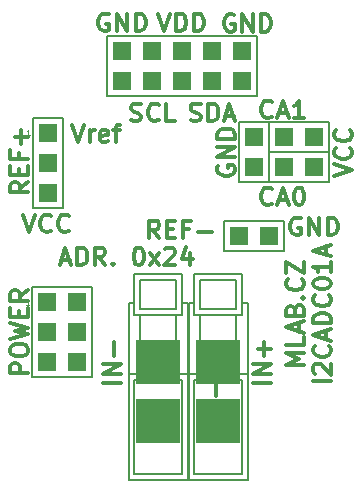
<source format=gbr>
%TF.GenerationSoftware,KiCad,Pcbnew,6.0.11+dfsg-1~bpo11+1*%
%TF.CreationDate,2023-04-13T00:50:46+00:00*%
%TF.ProjectId,I2CADC01,49324341-4443-4303-912e-6b696361645f,rev?*%
%TF.SameCoordinates,Original*%
%TF.FileFunction,Legend,Top*%
%TF.FilePolarity,Positive*%
%FSLAX46Y46*%
G04 Gerber Fmt 4.6, Leading zero omitted, Abs format (unit mm)*
G04 Created by KiCad (PCBNEW 6.0.11+dfsg-1~bpo11+1) date 2023-04-13 00:50:46*
%MOMM*%
%LPD*%
G01*
G04 APERTURE LIST*
%ADD10C,0.300000*%
%ADD11C,0.050000*%
%ADD12C,0.304800*%
%ADD13C,0.150000*%
%ADD14R,1.524000X1.524000*%
%ADD15R,3.810000X3.810000*%
G04 APERTURE END LIST*
D10*
X22856142Y23848285D02*
X22784714Y23776857D01*
X22570428Y23705428D01*
X22427571Y23705428D01*
X22213285Y23776857D01*
X22070428Y23919714D01*
X21999000Y24062571D01*
X21927571Y24348285D01*
X21927571Y24562571D01*
X21999000Y24848285D01*
X22070428Y24991142D01*
X22213285Y25134000D01*
X22427571Y25205428D01*
X22570428Y25205428D01*
X22784714Y25134000D01*
X22856142Y25062571D01*
X23427571Y24134000D02*
X24141857Y24134000D01*
X23284714Y23705428D02*
X23784714Y25205428D01*
X24284714Y23705428D01*
X25070428Y25205428D02*
X25213285Y25205428D01*
X25356142Y25134000D01*
X25427571Y25062571D01*
X25499000Y24919714D01*
X25570428Y24634000D01*
X25570428Y24276857D01*
X25499000Y23991142D01*
X25427571Y23848285D01*
X25356142Y23776857D01*
X25213285Y23705428D01*
X25070428Y23705428D01*
X24927571Y23776857D01*
X24856142Y23848285D01*
X24784714Y23991142D01*
X24713285Y24276857D01*
X24713285Y24634000D01*
X24784714Y24919714D01*
X24856142Y25062571D01*
X24927571Y25134000D01*
X25070428Y25205428D01*
X19634342Y39815200D02*
X19491485Y39886628D01*
X19277200Y39886628D01*
X19062914Y39815200D01*
X18920057Y39672342D01*
X18848628Y39529485D01*
X18777200Y39243771D01*
X18777200Y39029485D01*
X18848628Y38743771D01*
X18920057Y38600914D01*
X19062914Y38458057D01*
X19277200Y38386628D01*
X19420057Y38386628D01*
X19634342Y38458057D01*
X19705771Y38529485D01*
X19705771Y39029485D01*
X19420057Y39029485D01*
X20348628Y38386628D02*
X20348628Y39886628D01*
X21205771Y38386628D01*
X21205771Y39886628D01*
X21920057Y38386628D02*
X21920057Y39886628D01*
X22277200Y39886628D01*
X22491485Y39815200D01*
X22634342Y39672342D01*
X22705771Y39529485D01*
X22777200Y39243771D01*
X22777200Y39029485D01*
X22705771Y38743771D01*
X22634342Y38600914D01*
X22491485Y38458057D01*
X22277200Y38386628D01*
X21920057Y38386628D01*
X2202571Y25646285D02*
X1488285Y25146285D01*
X2202571Y24789142D02*
X702571Y24789142D01*
X702571Y25360571D01*
X773999Y25503428D01*
X845428Y25574857D01*
X988285Y25646285D01*
X1202571Y25646285D01*
X1345428Y25574857D01*
X1416857Y25503428D01*
X1488285Y25360571D01*
X1488285Y24789142D01*
X1416857Y26289142D02*
X1416857Y26789142D01*
X2202571Y27003428D02*
X2202571Y26289142D01*
X702571Y26289142D01*
X702571Y27003428D01*
X1416857Y28146285D02*
X1416857Y27646285D01*
X2202571Y27646285D02*
X702571Y27646285D01*
X702571Y28360571D01*
X1631142Y28932000D02*
X1631142Y30074857D01*
X2202571Y29503428D02*
X1059714Y29503428D01*
X13307285Y20911428D02*
X12807285Y21625714D01*
X12450142Y20911428D02*
X12450142Y22411428D01*
X13021571Y22411428D01*
X13164428Y22340000D01*
X13235857Y22268571D01*
X13307285Y22125714D01*
X13307285Y21911428D01*
X13235857Y21768571D01*
X13164428Y21697142D01*
X13021571Y21625714D01*
X12450142Y21625714D01*
X13950142Y21697142D02*
X14450142Y21697142D01*
X14664428Y20911428D02*
X13950142Y20911428D01*
X13950142Y22411428D01*
X14664428Y22411428D01*
X15807285Y21697142D02*
X15307285Y21697142D01*
X15307285Y20911428D02*
X15307285Y22411428D01*
X16021571Y22411428D01*
X16593000Y21482857D02*
X17735857Y21482857D01*
X28134571Y26194000D02*
X29634571Y26694000D01*
X28134571Y27194000D01*
X29491714Y28551142D02*
X29563142Y28479714D01*
X29634571Y28265428D01*
X29634571Y28122571D01*
X29563142Y27908285D01*
X29420285Y27765428D01*
X29277428Y27694000D01*
X28991714Y27622571D01*
X28777428Y27622571D01*
X28491714Y27694000D01*
X28348857Y27765428D01*
X28206000Y27908285D01*
X28134571Y28122571D01*
X28134571Y28265428D01*
X28206000Y28479714D01*
X28277428Y28551142D01*
X29491714Y30051142D02*
X29563142Y29979714D01*
X29634571Y29765428D01*
X29634571Y29622571D01*
X29563142Y29408285D01*
X29420285Y29265428D01*
X29277428Y29194000D01*
X28991714Y29122571D01*
X28777428Y29122571D01*
X28491714Y29194000D01*
X28348857Y29265428D01*
X28206000Y29408285D01*
X28134571Y29622571D01*
X28134571Y29765428D01*
X28206000Y29979714D01*
X28277428Y30051142D01*
X5925857Y30539428D02*
X6425857Y29039428D01*
X6925857Y30539428D01*
X7425857Y29039428D02*
X7425857Y30039428D01*
X7425857Y29753714D02*
X7497285Y29896571D01*
X7568714Y29968000D01*
X7711571Y30039428D01*
X7854428Y30039428D01*
X8925857Y29110857D02*
X8783000Y29039428D01*
X8497285Y29039428D01*
X8354428Y29110857D01*
X8283000Y29253714D01*
X8283000Y29825142D01*
X8354428Y29968000D01*
X8497285Y30039428D01*
X8783000Y30039428D01*
X8925857Y29968000D01*
X8997285Y29825142D01*
X8997285Y29682285D01*
X8283000Y29539428D01*
X9425857Y30039428D02*
X9997285Y30039428D01*
X9640142Y29039428D02*
X9640142Y30325142D01*
X9711571Y30468000D01*
X9854428Y30539428D01*
X9997285Y30539428D01*
X9017142Y39866000D02*
X8874285Y39937428D01*
X8660000Y39937428D01*
X8445714Y39866000D01*
X8302857Y39723142D01*
X8231428Y39580285D01*
X8160000Y39294571D01*
X8160000Y39080285D01*
X8231428Y38794571D01*
X8302857Y38651714D01*
X8445714Y38508857D01*
X8660000Y38437428D01*
X8802857Y38437428D01*
X9017142Y38508857D01*
X9088571Y38580285D01*
X9088571Y39080285D01*
X8802857Y39080285D01*
X9731428Y38437428D02*
X9731428Y39937428D01*
X10588571Y38437428D01*
X10588571Y39937428D01*
X11302857Y38437428D02*
X11302857Y39937428D01*
X11660000Y39937428D01*
X11874285Y39866000D01*
X12017142Y39723142D01*
X12088571Y39580285D01*
X12160000Y39294571D01*
X12160000Y39080285D01*
X12088571Y38794571D01*
X12017142Y38651714D01*
X11874285Y38508857D01*
X11660000Y38437428D01*
X11302857Y38437428D01*
X1810000Y22919428D02*
X2310000Y21419428D01*
X2810000Y22919428D01*
X4167142Y21562285D02*
X4095714Y21490857D01*
X3881428Y21419428D01*
X3738571Y21419428D01*
X3524285Y21490857D01*
X3381428Y21633714D01*
X3310000Y21776571D01*
X3238571Y22062285D01*
X3238571Y22276571D01*
X3310000Y22562285D01*
X3381428Y22705142D01*
X3524285Y22848000D01*
X3738571Y22919428D01*
X3881428Y22919428D01*
X4095714Y22848000D01*
X4167142Y22776571D01*
X5667142Y21562285D02*
X5595714Y21490857D01*
X5381428Y21419428D01*
X5238571Y21419428D01*
X5024285Y21490857D01*
X4881428Y21633714D01*
X4810000Y21776571D01*
X4738571Y22062285D01*
X4738571Y22276571D01*
X4810000Y22562285D01*
X4881428Y22705142D01*
X5024285Y22848000D01*
X5238571Y22919428D01*
X5381428Y22919428D01*
X5595714Y22848000D01*
X5667142Y22776571D01*
X25273142Y22594000D02*
X25130285Y22665428D01*
X24916000Y22665428D01*
X24701714Y22594000D01*
X24558857Y22451142D01*
X24487428Y22308285D01*
X24416000Y22022571D01*
X24416000Y21808285D01*
X24487428Y21522571D01*
X24558857Y21379714D01*
X24701714Y21236857D01*
X24916000Y21165428D01*
X25058857Y21165428D01*
X25273142Y21236857D01*
X25344571Y21308285D01*
X25344571Y21808285D01*
X25058857Y21808285D01*
X25987428Y21165428D02*
X25987428Y22665428D01*
X26844571Y21165428D01*
X26844571Y22665428D01*
X27558857Y21165428D02*
X27558857Y22665428D01*
X27916000Y22665428D01*
X28130285Y22594000D01*
X28273142Y22451142D01*
X28344571Y22308285D01*
X28416000Y22022571D01*
X28416000Y21808285D01*
X28344571Y21522571D01*
X28273142Y21379714D01*
X28130285Y21236857D01*
X27916000Y21165428D01*
X27558857Y21165428D01*
X22856142Y31214285D02*
X22784714Y31142857D01*
X22570428Y31071428D01*
X22427571Y31071428D01*
X22213285Y31142857D01*
X22070428Y31285714D01*
X21999000Y31428571D01*
X21927571Y31714285D01*
X21927571Y31928571D01*
X21999000Y32214285D01*
X22070428Y32357142D01*
X22213285Y32500000D01*
X22427571Y32571428D01*
X22570428Y32571428D01*
X22784714Y32500000D01*
X22856142Y32428571D01*
X23427571Y31500000D02*
X24141857Y31500000D01*
X23284714Y31071428D02*
X23784714Y32571428D01*
X24284714Y31071428D01*
X25570428Y31071428D02*
X24713285Y31071428D01*
X25141857Y31071428D02*
X25141857Y32571428D01*
X24999000Y32357142D01*
X24856142Y32214285D01*
X24713285Y32142857D01*
X15958571Y30888857D02*
X16172857Y30817428D01*
X16530000Y30817428D01*
X16672857Y30888857D01*
X16744285Y30960285D01*
X16815714Y31103142D01*
X16815714Y31246000D01*
X16744285Y31388857D01*
X16672857Y31460285D01*
X16530000Y31531714D01*
X16244285Y31603142D01*
X16101428Y31674571D01*
X16030000Y31746000D01*
X15958571Y31888857D01*
X15958571Y32031714D01*
X16030000Y32174571D01*
X16101428Y32246000D01*
X16244285Y32317428D01*
X16601428Y32317428D01*
X16815714Y32246000D01*
X17458571Y30817428D02*
X17458571Y32317428D01*
X17815714Y32317428D01*
X18030000Y32246000D01*
X18172857Y32103142D01*
X18244285Y31960285D01*
X18315714Y31674571D01*
X18315714Y31460285D01*
X18244285Y31174571D01*
X18172857Y31031714D01*
X18030000Y30888857D01*
X17815714Y30817428D01*
X17458571Y30817428D01*
X18887142Y31246000D02*
X19601428Y31246000D01*
X18744285Y30817428D02*
X19244285Y32317428D01*
X19744285Y30817428D01*
X10914285Y30888857D02*
X11128571Y30817428D01*
X11485714Y30817428D01*
X11628571Y30888857D01*
X11700000Y30960285D01*
X11771428Y31103142D01*
X11771428Y31246000D01*
X11700000Y31388857D01*
X11628571Y31460285D01*
X11485714Y31531714D01*
X11200000Y31603142D01*
X11057142Y31674571D01*
X10985714Y31746000D01*
X10914285Y31888857D01*
X10914285Y32031714D01*
X10985714Y32174571D01*
X11057142Y32246000D01*
X11200000Y32317428D01*
X11557142Y32317428D01*
X11771428Y32246000D01*
X13271428Y30960285D02*
X13200000Y30888857D01*
X12985714Y30817428D01*
X12842857Y30817428D01*
X12628571Y30888857D01*
X12485714Y31031714D01*
X12414285Y31174571D01*
X12342857Y31460285D01*
X12342857Y31674571D01*
X12414285Y31960285D01*
X12485714Y32103142D01*
X12628571Y32246000D01*
X12842857Y32317428D01*
X12985714Y32317428D01*
X13200000Y32246000D01*
X13271428Y32174571D01*
X14628571Y30817428D02*
X13914285Y30817428D01*
X13914285Y32317428D01*
X27856571Y8799428D02*
X26356571Y8799428D01*
X26499428Y9442285D02*
X26428000Y9513714D01*
X26356571Y9656571D01*
X26356571Y10013714D01*
X26428000Y10156571D01*
X26499428Y10228000D01*
X26642285Y10299428D01*
X26785142Y10299428D01*
X26999428Y10228000D01*
X27856571Y9370857D01*
X27856571Y10299428D01*
X27713714Y11799428D02*
X27785142Y11728000D01*
X27856571Y11513714D01*
X27856571Y11370857D01*
X27785142Y11156571D01*
X27642285Y11013714D01*
X27499428Y10942285D01*
X27213714Y10870857D01*
X26999428Y10870857D01*
X26713714Y10942285D01*
X26570857Y11013714D01*
X26428000Y11156571D01*
X26356571Y11370857D01*
X26356571Y11513714D01*
X26428000Y11728000D01*
X26499428Y11799428D01*
X27428000Y12370857D02*
X27428000Y13085142D01*
X27856571Y12228000D02*
X26356571Y12728000D01*
X27856571Y13228000D01*
X27856571Y13728000D02*
X26356571Y13728000D01*
X26356571Y14085142D01*
X26428000Y14299428D01*
X26570857Y14442285D01*
X26713714Y14513714D01*
X26999428Y14585142D01*
X27213714Y14585142D01*
X27499428Y14513714D01*
X27642285Y14442285D01*
X27785142Y14299428D01*
X27856571Y14085142D01*
X27856571Y13728000D01*
X27713714Y16085142D02*
X27785142Y16013714D01*
X27856571Y15799428D01*
X27856571Y15656571D01*
X27785142Y15442285D01*
X27642285Y15299428D01*
X27499428Y15228000D01*
X27213714Y15156571D01*
X26999428Y15156571D01*
X26713714Y15228000D01*
X26570857Y15299428D01*
X26428000Y15442285D01*
X26356571Y15656571D01*
X26356571Y15799428D01*
X26428000Y16013714D01*
X26499428Y16085142D01*
X26356571Y17013714D02*
X26356571Y17156571D01*
X26428000Y17299428D01*
X26499428Y17370857D01*
X26642285Y17442285D01*
X26928000Y17513714D01*
X27285142Y17513714D01*
X27570857Y17442285D01*
X27713714Y17370857D01*
X27785142Y17299428D01*
X27856571Y17156571D01*
X27856571Y17013714D01*
X27785142Y16870857D01*
X27713714Y16799428D01*
X27570857Y16728000D01*
X27285142Y16656571D01*
X26928000Y16656571D01*
X26642285Y16728000D01*
X26499428Y16799428D01*
X26428000Y16870857D01*
X26356571Y17013714D01*
X27856571Y18942285D02*
X27856571Y18085142D01*
X27856571Y18513714D02*
X26356571Y18513714D01*
X26570857Y18370857D01*
X26713714Y18228000D01*
X26785142Y18085142D01*
X27428000Y19513714D02*
X27428000Y20228000D01*
X27856571Y19370857D02*
X26356571Y19870857D01*
X27856571Y20370857D01*
X5005285Y19054000D02*
X5719571Y19054000D01*
X4862428Y18625428D02*
X5362428Y20125428D01*
X5862428Y18625428D01*
X6362428Y18625428D02*
X6362428Y20125428D01*
X6719571Y20125428D01*
X6933857Y20054000D01*
X7076714Y19911142D01*
X7148142Y19768285D01*
X7219571Y19482571D01*
X7219571Y19268285D01*
X7148142Y18982571D01*
X7076714Y18839714D01*
X6933857Y18696857D01*
X6719571Y18625428D01*
X6362428Y18625428D01*
X8719571Y18625428D02*
X8219571Y19339714D01*
X7862428Y18625428D02*
X7862428Y20125428D01*
X8433857Y20125428D01*
X8576714Y20054000D01*
X8648142Y19982571D01*
X8719571Y19839714D01*
X8719571Y19625428D01*
X8648142Y19482571D01*
X8576714Y19411142D01*
X8433857Y19339714D01*
X7862428Y19339714D01*
X9362428Y18768285D02*
X9433857Y18696857D01*
X9362428Y18625428D01*
X9291000Y18696857D01*
X9362428Y18768285D01*
X9362428Y18625428D01*
X11505285Y20125428D02*
X11648142Y20125428D01*
X11791000Y20054000D01*
X11862428Y19982571D01*
X11933857Y19839714D01*
X12005285Y19554000D01*
X12005285Y19196857D01*
X11933857Y18911142D01*
X11862428Y18768285D01*
X11791000Y18696857D01*
X11648142Y18625428D01*
X11505285Y18625428D01*
X11362428Y18696857D01*
X11291000Y18768285D01*
X11219571Y18911142D01*
X11148142Y19196857D01*
X11148142Y19554000D01*
X11219571Y19839714D01*
X11291000Y19982571D01*
X11362428Y20054000D01*
X11505285Y20125428D01*
X12505285Y18625428D02*
X13291000Y19625428D01*
X12505285Y19625428D02*
X13291000Y18625428D01*
X13791000Y19982571D02*
X13862428Y20054000D01*
X14005285Y20125428D01*
X14362428Y20125428D01*
X14505285Y20054000D01*
X14576714Y19982571D01*
X14648142Y19839714D01*
X14648142Y19696857D01*
X14576714Y19482571D01*
X13719571Y18625428D01*
X14648142Y18625428D01*
X15933857Y19625428D02*
X15933857Y18625428D01*
X15576714Y20196857D02*
X15219571Y19125428D01*
X16148142Y19125428D01*
X10076571Y8680142D02*
X8576571Y8680142D01*
X10076571Y9394428D02*
X8576571Y9394428D01*
X10076571Y10251571D01*
X8576571Y10251571D01*
X9505142Y10965857D02*
X9505142Y12108714D01*
X2202571Y9489714D02*
X702571Y9489714D01*
X702571Y10061142D01*
X773999Y10204000D01*
X845428Y10275428D01*
X988285Y10346857D01*
X1202571Y10346857D01*
X1345428Y10275428D01*
X1416857Y10204000D01*
X1488285Y10061142D01*
X1488285Y9489714D01*
X702571Y11275428D02*
X702571Y11561142D01*
X773999Y11704000D01*
X916857Y11846857D01*
X1202571Y11918285D01*
X1702571Y11918285D01*
X1988285Y11846857D01*
X2131142Y11704000D01*
X2202571Y11561142D01*
X2202571Y11275428D01*
X2131142Y11132571D01*
X1988285Y10989714D01*
X1702571Y10918285D01*
X1202571Y10918285D01*
X916857Y10989714D01*
X773999Y11132571D01*
X702571Y11275428D01*
X702571Y12418285D02*
X2202571Y12775428D01*
X1131142Y13061142D01*
X2202571Y13346857D01*
X702571Y13704000D01*
X1416857Y14275428D02*
X1416857Y14775428D01*
X2202571Y14989714D02*
X2202571Y14275428D01*
X702571Y14275428D01*
X702571Y14989714D01*
X2202571Y16489714D02*
X1488285Y15989714D01*
X2202571Y15632571D02*
X702571Y15632571D01*
X702571Y16204000D01*
X774000Y16346857D01*
X845428Y16418285D01*
X988285Y16489714D01*
X1202571Y16489714D01*
X1345428Y16418285D01*
X1416857Y16346857D01*
X1488285Y16204000D01*
X1488285Y15632571D01*
X22776571Y8680142D02*
X21276571Y8680142D01*
X22776571Y9394428D02*
X21276571Y9394428D01*
X22776571Y10251571D01*
X21276571Y10251571D01*
X22205142Y10965857D02*
X22205142Y12108714D01*
X22776571Y11537285D02*
X21633714Y11537285D01*
X25570571Y10156571D02*
X24070571Y10156571D01*
X25142000Y10656571D01*
X24070571Y11156571D01*
X25570571Y11156571D01*
X25570571Y12585142D02*
X25570571Y11870857D01*
X24070571Y11870857D01*
X25142000Y13013714D02*
X25142000Y13728000D01*
X25570571Y12870857D02*
X24070571Y13370857D01*
X25570571Y13870857D01*
X24784857Y14870857D02*
X24856285Y15085142D01*
X24927714Y15156571D01*
X25070571Y15228000D01*
X25284857Y15228000D01*
X25427714Y15156571D01*
X25499142Y15085142D01*
X25570571Y14942285D01*
X25570571Y14370857D01*
X24070571Y14370857D01*
X24070571Y14870857D01*
X24142000Y15013714D01*
X24213428Y15085142D01*
X24356285Y15156571D01*
X24499142Y15156571D01*
X24642000Y15085142D01*
X24713428Y15013714D01*
X24784857Y14870857D01*
X24784857Y14370857D01*
X25427714Y15870857D02*
X25499142Y15942285D01*
X25570571Y15870857D01*
X25499142Y15799428D01*
X25427714Y15870857D01*
X25570571Y15870857D01*
X25427714Y17442285D02*
X25499142Y17370857D01*
X25570571Y17156571D01*
X25570571Y17013714D01*
X25499142Y16799428D01*
X25356285Y16656571D01*
X25213428Y16585142D01*
X24927714Y16513714D01*
X24713428Y16513714D01*
X24427714Y16585142D01*
X24284857Y16656571D01*
X24142000Y16799428D01*
X24070571Y17013714D01*
X24070571Y17156571D01*
X24142000Y17370857D01*
X24213428Y17442285D01*
X24070571Y17942285D02*
X24070571Y18942285D01*
X25570571Y17942285D01*
X25570571Y18942285D01*
X18300000Y27051142D02*
X18228571Y26908285D01*
X18228571Y26694000D01*
X18300000Y26479714D01*
X18442857Y26336857D01*
X18585714Y26265428D01*
X18871428Y26194000D01*
X19085714Y26194000D01*
X19371428Y26265428D01*
X19514285Y26336857D01*
X19657142Y26479714D01*
X19728571Y26694000D01*
X19728571Y26836857D01*
X19657142Y27051142D01*
X19585714Y27122571D01*
X19085714Y27122571D01*
X19085714Y26836857D01*
X19728571Y27765428D02*
X18228571Y27765428D01*
X19728571Y28622571D01*
X18228571Y28622571D01*
X19728571Y29336857D02*
X18228571Y29336857D01*
X18228571Y29694000D01*
X18300000Y29908285D01*
X18442857Y30051142D01*
X18585714Y30122571D01*
X18871428Y30194000D01*
X19085714Y30194000D01*
X19371428Y30122571D01*
X19514285Y30051142D01*
X19657142Y29908285D01*
X19728571Y29694000D01*
X19728571Y29336857D01*
X13240000Y39937428D02*
X13740000Y38437428D01*
X14240000Y39937428D01*
X14740000Y38437428D02*
X14740000Y39937428D01*
X15097142Y39937428D01*
X15311428Y39866000D01*
X15454285Y39723142D01*
X15525714Y39580285D01*
X15597142Y39294571D01*
X15597142Y39080285D01*
X15525714Y38794571D01*
X15454285Y38651714D01*
X15311428Y38508857D01*
X15097142Y38437428D01*
X14740000Y38437428D01*
X16240000Y38437428D02*
X16240000Y39937428D01*
X16597142Y39937428D01*
X16811428Y39866000D01*
X16954285Y39723142D01*
X17025714Y39580285D01*
X17097142Y39294571D01*
X17097142Y39080285D01*
X17025714Y38794571D01*
X16954285Y38651714D01*
X16811428Y38508857D01*
X16597142Y38437428D01*
X16240000Y38437428D01*
D11*
%TO.C,J1*%
X2301857Y15267809D02*
X2016142Y15267809D01*
X2159000Y15267809D02*
X2159000Y15767809D01*
X2111380Y15696380D01*
X2063761Y15648761D01*
X2016142Y15624952D01*
D12*
%TO.C,P2*%
X18106571Y7547428D02*
X18106571Y8708571D01*
D11*
%TO.C,J4*%
X2365357Y29618809D02*
X2079642Y29618809D01*
X2222500Y29618809D02*
X2222500Y30118809D01*
X2174880Y30047380D01*
X2127261Y29999761D01*
X2079642Y29975952D01*
D13*
%TO.C,J1*%
X7620000Y16764000D02*
X7620000Y9144000D01*
X2540000Y9144000D02*
X2540000Y16764000D01*
X7620000Y9144000D02*
X2540000Y9144000D01*
X2540000Y16764000D02*
X7620000Y16764000D01*
%TO.C,J3*%
X23876000Y19812000D02*
X18796000Y19812000D01*
X18796000Y19812000D02*
X18796000Y22352000D01*
X23876000Y22352000D02*
X23876000Y19812000D01*
X18796000Y22352000D02*
X23876000Y22352000D01*
%TO.C,J5*%
X27686000Y25654000D02*
X22606000Y25654000D01*
X22606000Y28194000D02*
X27686000Y28194000D01*
X22606000Y25654000D02*
X22606000Y28194000D01*
X27686000Y28194000D02*
X27686000Y25654000D01*
%TO.C,J6*%
X22606000Y30734000D02*
X27686000Y30734000D01*
X27686000Y30734000D02*
X27686000Y28194000D01*
X22606000Y28194000D02*
X22606000Y30734000D01*
X27686000Y28194000D02*
X22606000Y28194000D01*
%TO.C,J7*%
X8890000Y38036500D02*
X21590000Y38036500D01*
X21590000Y32956500D02*
X8890000Y32956500D01*
X8890000Y32956500D02*
X8890000Y38036500D01*
X21590000Y38036500D02*
X21590000Y32956500D01*
%TO.C,P1*%
X20288000Y14414000D02*
X20288000Y17914100D01*
X15788000Y9414000D02*
X15788000Y15414000D01*
X16788000Y11414000D02*
X16788000Y14414000D01*
X15788000Y414000D02*
X15788000Y9414000D01*
X20788100Y414000D02*
X15787900Y414000D01*
X19788100Y11414000D02*
X16787900Y11414000D01*
X19788000Y11414000D02*
X19788000Y14414000D01*
X17288000Y8913900D02*
X17288000Y9414000D01*
X20788100Y9414000D02*
X15787900Y9414000D01*
X20788000Y15414000D02*
X20288000Y15414000D01*
X20788000Y9414000D02*
X20788000Y414000D01*
X16288000Y913900D02*
X16288000Y8913900D01*
X19789000Y17414000D02*
X16787000Y17414000D01*
X16288000Y14414000D02*
X20288000Y14414000D01*
X19288000Y8913900D02*
X19288000Y9414000D01*
X19789000Y14914100D02*
X16787000Y14914100D01*
X20288000Y913900D02*
X20288000Y8913900D01*
X19788000Y14914100D02*
X19788000Y17414000D01*
X16788000Y14914100D02*
X16788000Y17414000D01*
X16288000Y14414000D02*
X16288000Y17915000D01*
X16288000Y15414000D02*
X15788000Y15414000D01*
X16288000Y17914100D02*
X20288000Y17914100D01*
X16288000Y8913900D02*
X20288000Y8913900D01*
X20288000Y913900D02*
X16288000Y913900D01*
X20788000Y9414000D02*
X20788000Y15414000D01*
%TO.C,P2*%
X11208000Y8913900D02*
X15208000Y8913900D01*
X10708000Y414000D02*
X10708000Y9414000D01*
X14208000Y8913900D02*
X14208000Y9414000D01*
X14708000Y11414000D02*
X14708000Y14414000D01*
X10708000Y9414000D02*
X10708000Y15414000D01*
X15708000Y9414000D02*
X15708000Y15414000D01*
X15708000Y15414000D02*
X15208000Y15414000D01*
X15208000Y913900D02*
X15208000Y8913900D01*
X11208000Y15414000D02*
X10708000Y15414000D01*
X14709000Y14914100D02*
X11707000Y14914100D01*
X15708100Y414000D02*
X10707900Y414000D01*
X15208000Y913900D02*
X11208000Y913900D01*
X14708100Y11414000D02*
X11707900Y11414000D01*
X11208000Y14414000D02*
X11208000Y17915000D01*
X11208000Y913900D02*
X11208000Y8913900D01*
X15708000Y9414000D02*
X15708000Y414000D01*
X11708000Y14914100D02*
X11708000Y17414000D01*
X11208000Y14414000D02*
X15208000Y14414000D01*
X14708000Y14914100D02*
X14708000Y17414000D01*
X15208000Y14414000D02*
X15208000Y17914100D01*
X12208000Y8913900D02*
X12208000Y9414000D01*
X11208000Y17914100D02*
X15208000Y17914100D01*
X11708000Y11414000D02*
X11708000Y14414000D01*
X14709000Y17414000D02*
X11707000Y17414000D01*
X15708100Y9414000D02*
X10707900Y9414000D01*
%TO.C,J4*%
X2603500Y31115000D02*
X5143500Y31115000D01*
X5143500Y31115000D02*
X5143500Y23495000D01*
X5143500Y23495000D02*
X2603500Y23495000D01*
X2603500Y23495000D02*
X2603500Y31115000D01*
%TO.C,J8*%
X22606000Y30734000D02*
X22606000Y25654000D01*
X20066000Y30734000D02*
X22606000Y30734000D01*
X22606000Y25654000D02*
X20066000Y25654000D01*
X20066000Y25654000D02*
X20066000Y30734000D01*
%TD*%
D14*
%TO.C,J1*%
X3810000Y15494000D03*
X6350000Y15494000D03*
X3810000Y12954000D03*
X6350000Y12954000D03*
X3810000Y10414000D03*
X6350000Y10414000D03*
%TD*%
%TO.C,J3*%
X22606000Y21082000D03*
X20066000Y21082000D03*
%TD*%
%TO.C,J5*%
X26416000Y26924000D03*
X23876000Y26924000D03*
%TD*%
%TO.C,J6*%
X26416000Y29464000D03*
X23876000Y29464000D03*
%TD*%
%TO.C,J7*%
X20320000Y36766500D03*
X20320000Y34226500D03*
X17780000Y36766500D03*
X17780000Y34226500D03*
X15240000Y36766500D03*
X15240000Y34226500D03*
X12700000Y36766500D03*
X12700000Y34226500D03*
X10160000Y36766500D03*
X10160000Y34226500D03*
%TD*%
D15*
%TO.C,P1*%
X18288000Y5414000D03*
X18288000Y10414000D03*
%TD*%
%TO.C,P2*%
X13208000Y10414000D03*
X13208000Y5414000D03*
%TD*%
D14*
%TO.C,J4*%
X3873500Y29845000D03*
X3873500Y27305000D03*
X3873500Y24765000D03*
%TD*%
%TO.C,J8*%
X21336000Y26924000D03*
X21336000Y29464000D03*
%TD*%
M02*

</source>
